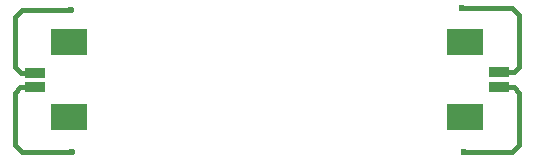
<source format=gbl>
G04 #@! TF.GenerationSoftware,KiCad,Pcbnew,8.0.9*
G04 #@! TF.CreationDate,2025-09-16T20:51:35+09:00*
G04 #@! TF.ProjectId,usb_sfc_pad,7573625f-7366-4635-9f70-61642e6b6963,rev?*
G04 #@! TF.SameCoordinates,Original*
G04 #@! TF.FileFunction,Copper,L2,Bot*
G04 #@! TF.FilePolarity,Positive*
%FSLAX46Y46*%
G04 Gerber Fmt 4.6, Leading zero omitted, Abs format (unit mm)*
G04 Created by KiCad (PCBNEW 8.0.9) date 2025-09-16 20:51:35*
%MOMM*%
%LPD*%
G01*
G04 APERTURE LIST*
G04 #@! TA.AperFunction,SMDPad,CuDef*
%ADD10R,1.701800X0.812800*%
G04 #@! TD*
G04 #@! TA.AperFunction,SMDPad,CuDef*
%ADD11R,3.098800X2.209800*%
G04 #@! TD*
G04 #@! TA.AperFunction,ViaPad*
%ADD12C,0.600000*%
G04 #@! TD*
G04 #@! TA.AperFunction,Conductor*
%ADD13C,0.400000*%
G04 #@! TD*
G04 APERTURE END LIST*
D10*
X61700001Y-46600000D03*
X61700001Y-47850000D03*
D11*
X64600000Y-50400000D03*
X64600000Y-44050000D03*
D10*
X100999999Y-47825000D03*
X100999999Y-46575000D03*
D11*
X98100000Y-44025000D03*
X98100000Y-50375000D03*
D12*
X98000000Y-53300000D03*
X97800000Y-41100000D03*
X64700000Y-41300000D03*
X64800000Y-53300000D03*
D13*
X60000000Y-48300000D02*
X60000000Y-52700000D01*
X60600000Y-53300000D02*
X64800000Y-53300000D01*
X61795500Y-47850000D02*
X60450000Y-47850000D01*
X60000000Y-46100000D02*
X60500000Y-46600000D01*
X60000000Y-52700000D02*
X60600000Y-53300000D01*
X60000000Y-41900000D02*
X60000000Y-46100000D01*
X64700000Y-41300000D02*
X60600000Y-41300000D01*
X60600000Y-41300000D02*
X60000000Y-41900000D01*
X60500000Y-46600000D02*
X61795500Y-46600000D01*
X102700000Y-41700000D02*
X102700000Y-46100000D01*
X60450000Y-47850000D02*
X60000000Y-48300000D01*
X98000000Y-53300000D02*
X102100000Y-53300000D01*
X102700000Y-52700000D02*
X102700000Y-48300000D01*
X102100000Y-41100000D02*
X102700000Y-41700000D01*
X102225000Y-46575000D02*
X100799999Y-46575000D01*
X97800000Y-41100000D02*
X102100000Y-41100000D01*
X102100000Y-53300000D02*
X102700000Y-52700000D01*
X102225000Y-47825000D02*
X100799999Y-47825000D01*
X102700000Y-48300000D02*
X102225000Y-47825000D01*
X102700000Y-46100000D02*
X102225000Y-46575000D01*
M02*

</source>
